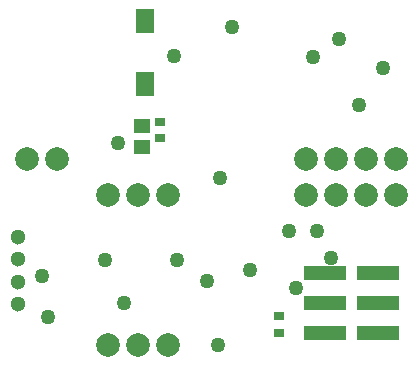
<source format=gbr>
G04 Layer_Color=8388736*
%FSLAX45Y45*%
%MOMM*%
%TF.FileFunction,Soldermask,Top*%
%TF.Part,Single*%
G01*
G75*
%TA.AperFunction,SMDPad,CuDef*%
%ADD10R,3.68000X1.27000*%
%ADD11R,0.90000X0.70000*%
%ADD12R,1.60000X2.00000*%
%ADD13R,1.40000X1.20000*%
%ADD14R,0.90000X0.80000*%
%TA.AperFunction,ComponentPad*%
%ADD17C,2.00000*%
%ADD18C,1.30000*%
%TA.AperFunction,ViaPad*%
%ADD19C,1.27000*%
D10*
X114300Y0D02*
D03*
Y-254000D02*
D03*
Y-508000D02*
D03*
X558800D02*
D03*
Y-254000D02*
D03*
Y0D02*
D03*
D11*
X-279400Y-356799D02*
D03*
Y-506801D02*
D03*
D12*
X-1413998Y1600200D02*
D03*
Y2140199D02*
D03*
D13*
X-1436096Y1072500D02*
D03*
Y1252499D02*
D03*
D14*
X-1283696Y1283305D02*
D03*
Y1143300D02*
D03*
D17*
X-2159000Y965200D02*
D03*
X-2413000D02*
D03*
X-1727200Y-609600D02*
D03*
X-1473200D02*
D03*
X-1219200D02*
D03*
Y660400D02*
D03*
X-1473200D02*
D03*
X-1727200D02*
D03*
X-50800Y965200D02*
D03*
X203200D02*
D03*
X457200D02*
D03*
X711200D02*
D03*
X-50800Y660400D02*
D03*
X203200D02*
D03*
X457200D02*
D03*
X711200D02*
D03*
D18*
X-2489200Y-260101D02*
D03*
Y-69601D02*
D03*
Y120899D02*
D03*
Y311399D02*
D03*
D19*
X-1586088Y-247792D02*
D03*
X-789940Y-601980D02*
D03*
X48260Y360680D02*
D03*
X15240Y1831340D02*
D03*
X-1747520Y111760D02*
D03*
X601980Y1737360D02*
D03*
X-889000Y-60960D02*
D03*
X-675645Y2082795D02*
D03*
X-1635760Y1102360D02*
D03*
X-523240Y25400D02*
D03*
X398780Y1424940D02*
D03*
X228600Y1981200D02*
D03*
X-777240Y807720D02*
D03*
X-2235200Y-370840D02*
D03*
X-1165860Y1844040D02*
D03*
X-193040Y355600D02*
D03*
X165100Y134620D02*
D03*
X-1143000Y116840D02*
D03*
X-2280920Y-22860D02*
D03*
X-134620Y-121920D02*
D03*
%TF.MD5,da80b7f023b31496a34fb891558a8b49*%
M02*

</source>
